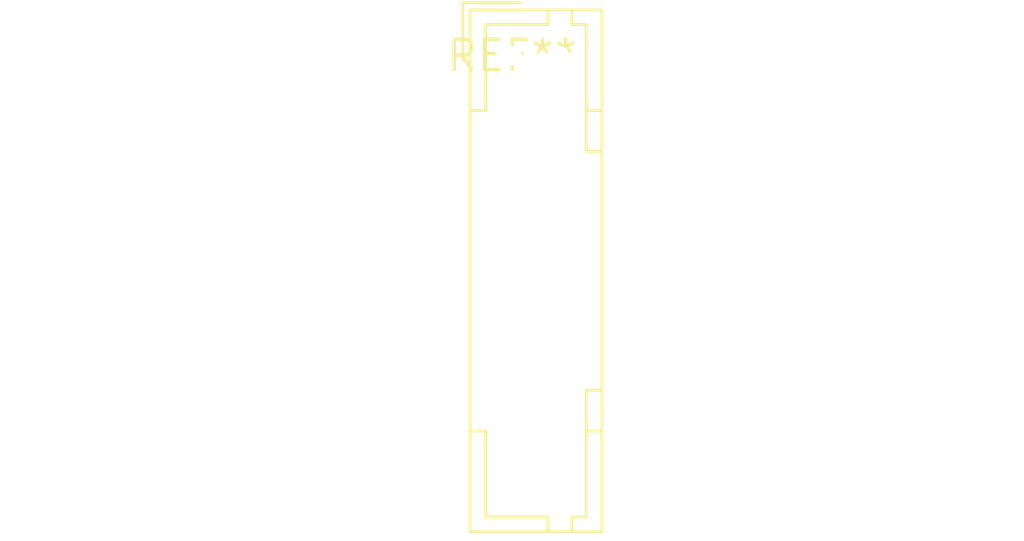
<source format=kicad_pcb>
(kicad_pcb (version 20240108) (generator pcbnew)
  (layers (0 "F.Cu" signal) (31 "B.Cu" signal) (34 "B.Paste" user) (35 "F.Paste" user) (36 "B.SilkS" user "B.Silkscreen") (37 "F.SilkS" user "F.Silkscreen") (38 "B.Mask" user) (39 "F.Mask" user) (44 "Edge.Cuts" user))
  (net 0 "")
  (footprint "JAE_LY20-20P-DT1_2x10_P2.00mm_Vertical" (layer "F.Cu") (at 0 0)
    (property "Reference" "REF**")
    (property "Value" "JAE_LY20-20P-DT1_2x10_P2.00mm_Vertical")
    (fp_line (start -2.06 -2.21) (end -2.06 0.2) (layer "F.SilkS") (stroke (width 0.12)))
    (fp_line (start -1.76 -1.91) (end -1.76 19.91) (layer "F.SilkS") (stroke (width 0.12)))
    (fp_line (start -1.76 19.91) (end 3.76 19.91) (layer "F.SilkS") (stroke (width 0.12)))
    (fp_line (start -1.1 -1.3) (end -1.1 2.3) (layer "F.SilkS") (stroke (width 0.12)))
    (fp_line (start -1.1 2.3) (end -1.76 2.3) (layer "F.SilkS") (stroke (width 0.12)))
    (fp_line (start -1.1 15.7) (end -1.76 15.7) (layer "F.SilkS") (stroke (width 0.12)))
    (fp_line (start -1.1 19.3) (end -1.1 15.7) (layer "F.SilkS") (stroke (width 0.12)))
    (fp_line (start 0.35 -2.21) (end -2.06 -2.21) (layer "F.SilkS") (stroke (width 0.12)))
    (fp_line (start 1.5 -1.91) (end 1.5 -1.3) (layer "F.SilkS") (stroke (width 0.12)))
    (fp_line (start 1.5 -1.3) (end -1.1 -1.3) (layer "F.SilkS") (stroke (width 0.12)))
    (fp_line (start 1.5 19.3) (end -1.1 19.3) (layer "F.SilkS") (stroke (width 0.12)))
    (fp_line (start 1.5 19.91) (end 1.5 19.3) (layer "F.SilkS") (stroke (width 0.12)))
    (fp_line (start 2.5 -1.91) (end 2.5 -1.3) (layer "F.SilkS") (stroke (width 0.12)))
    (fp_line (start 2.5 -1.3) (end 3.1 -1.3) (layer "F.SilkS") (stroke (width 0.12)))
    (fp_line (start 2.5 19.3) (end 3.1 19.3) (layer "F.SilkS") (stroke (width 0.12)))
    (fp_line (start 2.5 19.91) (end 2.5 19.3) (layer "F.SilkS") (stroke (width 0.12)))
    (fp_line (start 3.1 -1.3) (end 3.1 4) (layer "F.SilkS") (stroke (width 0.12)))
    (fp_line (start 3.1 4) (end 3.76 4) (layer "F.SilkS") (stroke (width 0.12)))
    (fp_line (start 3.1 14) (end 3.76 14) (layer "F.SilkS") (stroke (width 0.12)))
    (fp_line (start 3.1 19.3) (end 3.1 14) (layer "F.SilkS") (stroke (width 0.12)))
    (fp_line (start 3.76 -1.91) (end -1.76 -1.91) (layer "F.SilkS") (stroke (width 0.12)))
    (fp_line (start 3.76 2.3) (end 3.1 2.3) (layer "F.SilkS") (stroke (width 0.12)))
    (fp_line (start 3.76 15.7) (end 3.1 15.7) (layer "F.SilkS") (stroke (width 0.12)))
    (fp_line (start 3.76 19.91) (end 3.76 -1.91) (layer "F.SilkS") (stroke (width 0.12)))
    (pad "a1" thru_hole roundrect (at 0 0) (size 1.2 1.2) (drill 0.8) (layers *.Cu *.Mask) (remove_unused_layers) (roundrect_rratio 0.208333))
    (pad "a2" thru_hole circle (at 0 2) (size 1.2 1.2) (drill 0.8) (layers *.Cu *.Mask) (remove_unused_layers))
    (pad "a3" thru_hole circle (at 0 4) (size 1.2 1.2) (drill 0.8) (layers *.Cu *.Mask) (remove_unused_layers))
    (pad "a4" thru_hole circle (at 0 6) (size 1.2 1.2) (drill 0.8) (layers *.Cu *.Mask) (remove_unused_layers))
    (pad "a5" thru_hole circle (at 0 8) (size 1.2 1.2) (drill 0.8) (layers *.Cu *.Mask) (remove_unused_layers))
    (pad "a6" thru_hole circle (at 0 10) (size 1.2 1.2) (drill 0.8) (layers *.Cu *.Mask) (remove_unused_layers))
    (pad "a7" thru_hole circle (at 0 12) (size 1.2 1.2) (drill 0.8) (layers *.Cu *.Mask) (remove_unused_layers))
    (pad "a8" thru_hole circle (at 0 14) (size 1.2 1.2) (drill 0.8) (layers *.Cu *.Mask) (remove_unused_layers))
    (pad "a9" thru_hole circle (at 0 16) (size 1.2 1.2) (drill 0.8) (layers *.Cu *.Mask) (remove_unused_layers))
    (pad "a10" thru_hole circle (at 0 18) (size 1.2 1.2) (drill 0.8) (layers *.Cu *.Mask) (remove_unused_layers))
    (pad "b1" thru_hole circle (at 2 0) (size 1.2 1.2) (drill 0.8) (layers *.Cu *.Mask) (remove_unused_layers))
    (pad "b2" thru_hole circle (at 2 2) (size 1.2 1.2) (drill 0.8) (layers *.Cu *.Mask) (remove_unused_layers))
    (pad "b3" thru_hole circle (at 2 4) (size 1.2 1.2) (drill 0.8) (layers *.Cu *.Mask) (remove_unused_layers))
    (pad "b4" thru_hole circle (at 2 6) (size 1.2 1.2) (drill 0.8) (layers *.Cu *.Mask) (remove_unused_layers))
    (pad "b5" thru_hole circle (at 2 8) (size 1.2 1.2) (drill 0.8) (layers *.Cu *.Mask) (remove_unused_layers))
    (pad "b6" thru_hole circle (at 2 10) (size 1.2 1.2) (drill 0.8) (layers *.Cu *.Mask) (remove_unused_layers))
    (pad "b7" thru_hole circle (at 2 12) (size 1.2 1.2) (drill 0.8) (layers *.Cu *.Mask) (remove_unused_layers))
    (pad "b8" thru_hole circle (at 2 14) (size 1.2 1.2) (drill 0.8) (layers *.Cu *.Mask) (remove_unused_layers))
    (pad "b9" thru_hole circle (at 2 16) (size 1.2 1.2) (drill 0.8) (layers *.Cu *.Mask) (remove_unused_layers))
    (pad "b10" thru_hole circle (at 2 18) (size 1.2 1.2) (drill 0.8) (layers *.Cu *.Mask) (remove_unused_layers))
  )
)
</source>
